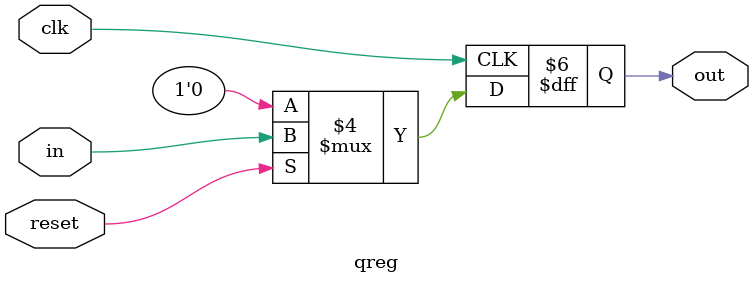
<source format=v>
module top_module (
    input clk,
    input resetn,   // synchronous reset
    input in,
    output out);
    reg [3:0] q;
    qreg reg1 (clk, resetn, in, q[3]);
    genvar i;
    generate
        for (i = 3; i > 0; i--) begin : test
        	qreg regs (clk, resetn, q[i], q[i-1]);
	    end
    endgenerate
    assign out = q[0];
endmodule
        
module qreg (
	input clk,
	input reset,
	input in,
	output out);
    always @(posedge clk) begin
        if (~reset)
            out <= 1'b0;
    	else
            out <= in;
    end
endmodule


</source>
